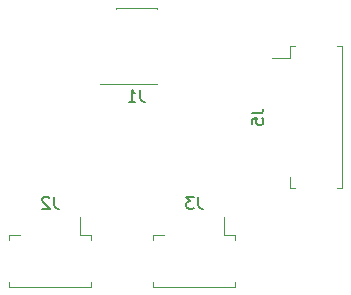
<source format=gbo>
G04 #@! TF.GenerationSoftware,KiCad,Pcbnew,(5.1.5)-3*
G04 #@! TF.CreationDate,2021-09-26T22:58:58-04:00*
G04 #@! TF.ProjectId,EPC611 LIDAR,45504336-3131-4204-9c49-4441522e6b69,rev?*
G04 #@! TF.SameCoordinates,Original*
G04 #@! TF.FileFunction,Legend,Bot*
G04 #@! TF.FilePolarity,Positive*
%FSLAX46Y46*%
G04 Gerber Fmt 4.6, Leading zero omitted, Abs format (unit mm)*
G04 Created by KiCad (PCBNEW (5.1.5)-3) date 2021-09-26 22:58:58*
%MOMM*%
%LPD*%
G04 APERTURE LIST*
%ADD10C,0.120000*%
%ADD11C,0.150000*%
G04 APERTURE END LIST*
D10*
X119310000Y-106085000D02*
X118860000Y-106085000D01*
X119310000Y-94115000D02*
X119310000Y-106085000D01*
X118860000Y-94115000D02*
X119310000Y-94115000D01*
X114890000Y-106085000D02*
X114890000Y-105135000D01*
X115340000Y-106085000D02*
X114890000Y-106085000D01*
X114890000Y-95065000D02*
X113400000Y-95065000D01*
X114890000Y-94115000D02*
X114890000Y-95065000D01*
X115340000Y-94115000D02*
X114890000Y-94115000D01*
X103315000Y-114510000D02*
X103315000Y-114060000D01*
X110285000Y-114510000D02*
X103315000Y-114510000D01*
X110285000Y-114060000D02*
X110285000Y-114510000D01*
X103315000Y-110090000D02*
X104265000Y-110090000D01*
X103315000Y-110540000D02*
X103315000Y-110090000D01*
X109335000Y-110090000D02*
X109335000Y-108600000D01*
X110285000Y-110090000D02*
X109335000Y-110090000D01*
X110285000Y-110540000D02*
X110285000Y-110090000D01*
X103665000Y-90930000D02*
X103665000Y-90865000D01*
X100135000Y-90930000D02*
X100135000Y-90865000D01*
X103665000Y-97335000D02*
X103665000Y-97270000D01*
X100135000Y-97335000D02*
X100135000Y-97270000D01*
X98810000Y-97270000D02*
X100135000Y-97270000D01*
X100135000Y-90865000D02*
X103665000Y-90865000D01*
X100135000Y-97335000D02*
X103665000Y-97335000D01*
X91115000Y-114510000D02*
X91115000Y-114060000D01*
X98085000Y-114510000D02*
X91115000Y-114510000D01*
X98085000Y-114060000D02*
X98085000Y-114510000D01*
X91115000Y-110090000D02*
X92065000Y-110090000D01*
X91115000Y-110540000D02*
X91115000Y-110090000D01*
X97135000Y-110090000D02*
X97135000Y-108600000D01*
X98085000Y-110090000D02*
X97135000Y-110090000D01*
X98085000Y-110540000D02*
X98085000Y-110090000D01*
D11*
X111652380Y-99766666D02*
X112366666Y-99766666D01*
X112509523Y-99719047D01*
X112604761Y-99623809D01*
X112652380Y-99480952D01*
X112652380Y-99385714D01*
X111652380Y-100719047D02*
X111652380Y-100242857D01*
X112128571Y-100195238D01*
X112080952Y-100242857D01*
X112033333Y-100338095D01*
X112033333Y-100576190D01*
X112080952Y-100671428D01*
X112128571Y-100719047D01*
X112223809Y-100766666D01*
X112461904Y-100766666D01*
X112557142Y-100719047D01*
X112604761Y-100671428D01*
X112652380Y-100576190D01*
X112652380Y-100338095D01*
X112604761Y-100242857D01*
X112557142Y-100195238D01*
X107133333Y-106852380D02*
X107133333Y-107566666D01*
X107180952Y-107709523D01*
X107276190Y-107804761D01*
X107419047Y-107852380D01*
X107514285Y-107852380D01*
X106752380Y-106852380D02*
X106133333Y-106852380D01*
X106466666Y-107233333D01*
X106323809Y-107233333D01*
X106228571Y-107280952D01*
X106180952Y-107328571D01*
X106133333Y-107423809D01*
X106133333Y-107661904D01*
X106180952Y-107757142D01*
X106228571Y-107804761D01*
X106323809Y-107852380D01*
X106609523Y-107852380D01*
X106704761Y-107804761D01*
X106752380Y-107757142D01*
X102233333Y-97787380D02*
X102233333Y-98501666D01*
X102280952Y-98644523D01*
X102376190Y-98739761D01*
X102519047Y-98787380D01*
X102614285Y-98787380D01*
X101233333Y-98787380D02*
X101804761Y-98787380D01*
X101519047Y-98787380D02*
X101519047Y-97787380D01*
X101614285Y-97930238D01*
X101709523Y-98025476D01*
X101804761Y-98073095D01*
X94933333Y-106852380D02*
X94933333Y-107566666D01*
X94980952Y-107709523D01*
X95076190Y-107804761D01*
X95219047Y-107852380D01*
X95314285Y-107852380D01*
X94504761Y-106947619D02*
X94457142Y-106900000D01*
X94361904Y-106852380D01*
X94123809Y-106852380D01*
X94028571Y-106900000D01*
X93980952Y-106947619D01*
X93933333Y-107042857D01*
X93933333Y-107138095D01*
X93980952Y-107280952D01*
X94552380Y-107852380D01*
X93933333Y-107852380D01*
M02*

</source>
